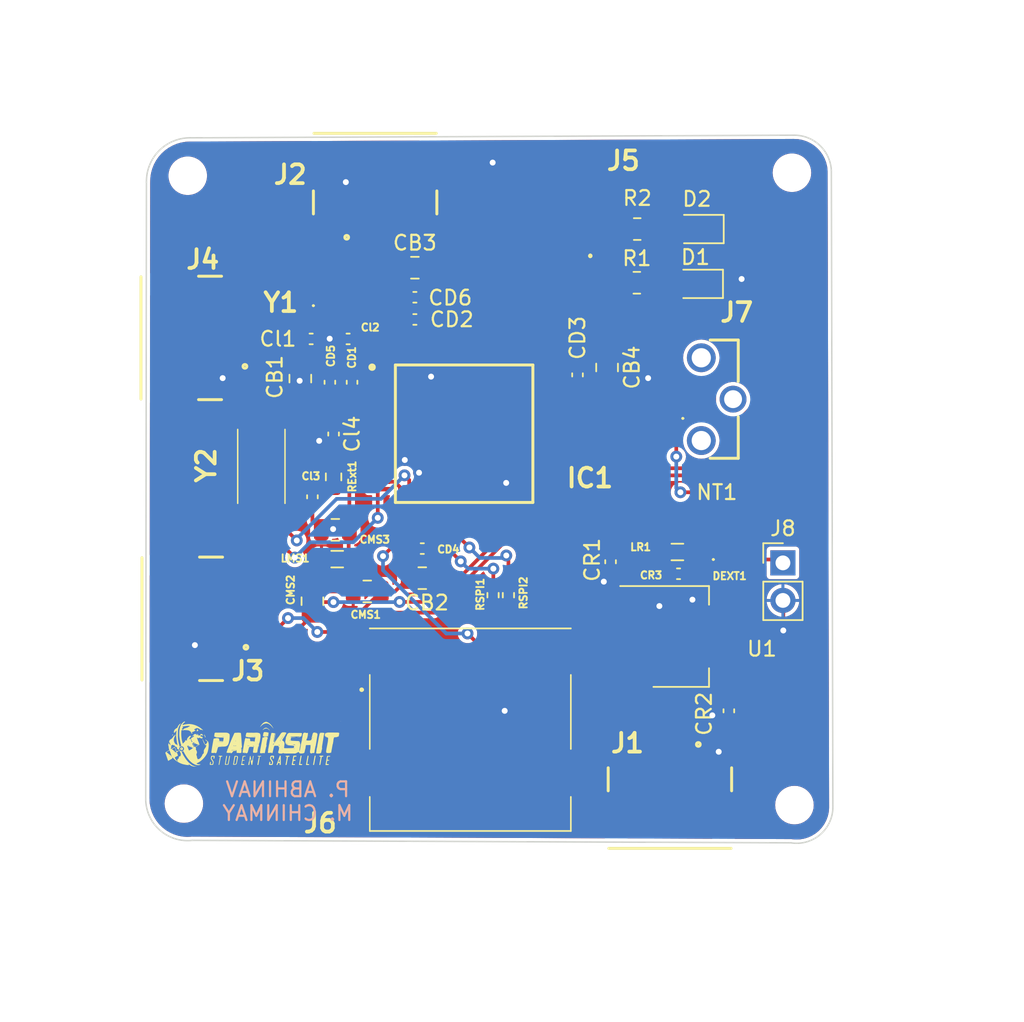
<source format=kicad_pcb>
(kicad_pcb (version 20211014) (generator pcbnew)
  (layers (0 "F.Cu" signal) (31 "B.Cu" signal) (34 "B.Paste" user) (35 "F.Paste" user) (36 "B.SilkS" user "B.Silkscreen") (37 "F.SilkS" user "F.Silkscreen") (38 "B.Mask" user) (39 "F.Mask" user) (44 "Edge.Cuts" user))
  (net 0 "")
  (net 1 "/VEXT")
  (net 2 "GND")
  (net 3 "+3V3")
  (net 4 "+3.3VA")
  (net 5 "LSE_IN")
  (net 6 "LSE_OUT")
  (net 7 "Net-(Cl3-Pad1)")
  (net 8 "HSE_IN")
  (net 9 "Net-(D1-Pad2)")
  (net 10 "Net-(D2-Pad2)")
  (net 11 "VBUS")
  (net 12 "USB_D-")
  (net 13 "USB_D+")
  (net 14 "JTCK")
  (net 15 "JTDO")
  (net 16 "JTMS")
  (net 17 "JTDI")
  (net 18 "I2C2_SCL")
  (net 19 "USART1_RX")
  (net 20 "USART2_RX")
  (net 21 "CS")
  (net 22 "SPI1_MOSI")
  (net 23 "SPI1_MISO")
  (net 24 "HSE_OUT")
  (net 28 "USART1_TX")
  (net 29 "TRACE_D2")
  (net 32 "TRACE_D3")
  (net 35 "I2C1_SDA")
  (net 36 "I2C1_SCL")
  (net 46 "I2C2_SDA")
  (net 48 "TRACE_D1")
  (net 54 "USART2_TX")
  (net 55 "SPI1_CLK")
  (net 59 "TRACE_CLK")
  (net 60 "TRACE_D0")
  (net 68 "Net-(CR1-Pad1)")
  (net 69 "Net-(LR1-Pad1)")
  (net 70 "Net-(DEXT1-Pad2)")
  (footprint "SamacSys_Parts:502382-0470" (layer "F.Cu") (at 119.2954 115.5436 90)
    (fp_text reference "J3")
    (fp_text value "Conn_01x04" hide)
  )
  (footprint "Capacitor_SMD:C_0805_2012Metric" (layer "F.Cu") (at 132.3056 91.7936)
    (fp_text reference "CB3")
    (fp_text value "4.7u")
  )
  (footprint "Capacitor_SMD:C_0805_2012Metric" (layer "F.Cu") (at 132.8056 112.7936 180)
    (fp_text reference "CB2")
    (fp_text value "4.7u")
  )
  (footprint "MountingHole:MountingHole_2.1mm" (layer "F.Cu") (at 116.679909 128.042414)
    (fp_text reference "H2" hide)
    (fp_text value "MountingHole")
  )
  (footprint "Capacitor_SMD:C_0402_1005Metric" (layer "F.Cu") (at 132.3056 93.7936)
    (fp_text reference "CD6")
    (fp_text value "100n")
  )
  (footprint "Capacitor_SMD:C_0805_2012Metric" (layer "F.Cu") (at 129.0828 113.6904)
    (fp_text reference "CMS1")
    (fp_text value "10n")
  )
  (footprint "SamacSys_Parts:QFP50P1200X1200X160-64N" (layer "F.Cu") (at 135.636 103.0224)
    (fp_text reference "IC1")
    (fp_text value "STM32L412RBT6P" hide)
  )
  (footprint "Capacitor_SMD:C_0805_2012Metric" (layer "F.Cu") (at 125.3744 114.3508 -90)
    (fp_text reference "CMS2")
    (fp_text value "1u")
  )
  (footprint "SamacSys_Parts:693072010801" (layer "F.Cu") (at 136.0556 123.0436 180)
    (fp_text reference "J6")
    (fp_text value "Micro_SD_Card" hide)
  )
  (footprint "Capacitor_SMD:C_0402_1005Metric" (layer "F.Cu") (at 153.543 121.7676 -90)
    (fp_text reference "CR2")
    (fp_text value "22uF")
  )
  (footprint "SamacSys_Parts:ECS80830QVSTR" (layer "F.Cu") (at 121.92 105.2322 90)
    (fp_text reference "Y2")
    (fp_text value "Crystal" hide)
  )
  (footprint "Resistor_SMD:R_0603_1608Metric" (layer "F.Cu") (at 126.8056 105.9434 -90)
    (fp_text reference "RExt1")
    (fp_text value "2K")
  )
  (footprint "Capacitor_SMD:C_0805_2012Metric" (layer "F.Cu") (at 126.9238 109.5248 180)
    (fp_text reference "CMS3")
    (fp_text value "10n")
  )
  (footprint "Resistor_SMD:R_0805_2012Metric" (layer "F.Cu") (at 147.3454 89.1794)
    (fp_text reference "R2")
    (fp_text value "1k")
  )
  (footprint "MountingHole:MountingHole_2.1mm" (layer "F.Cu") (at 116.9416 85.5726)
    (fp_text reference "H3" hide)
    (fp_text value "MountingHole")
  )
  (footprint "Capacitor_SMD:C_0402_1005Metric" (layer "F.Cu") (at 125.288 96.611)
    (fp_text reference "Cl1")
    (fp_text value "2pF")
  )
  (footprint "Capacitor_SMD:C_0805_2012Metric" (layer "F.Cu") (at 124.5556 99.2936 -90)
    (fp_text reference "CB1")
    (fp_text value "4.7u")
  )
  (footprint "Capacitor_SMD:C_0402_1005Metric" (layer "F.Cu") (at 127.788 96.611 180)
    (fp_text reference "Cl2")
    (fp_text value "2pF")
  )
  (footprint "SamacSys_Parts:ABS05W32768KHZD2T" (layer "F.Cu") (at 126.788 94.361)
    (fp_text reference "Y1")
    (fp_text value "Crystal" hide)
  )
  (footprint "Resistor_SMD:R_0805_2012Metric" (layer "F.Cu") (at 147.32 92.8116)
    (fp_text reference "R1")
    (fp_text value "1k")
  )
  (footprint "SamacSys_Parts:AQ120501ETG" (layer "F.Cu") (at 153.543 111.5314)
    (fp_text reference "DEXT1")
    (fp_text value "D_Schottky" hide)
  )
  (footprint "Capacitor_SMD:C_0402_1005Metric" (layer "F.Cu") (at 145.542 111.6838 -90)
    (fp_text reference "CR1")
    (fp_text value "22uF")
  )
  (footprint "Resistor_SMD:R_0402_1005Metric" (layer "F.Cu") (at 137.5918 113.9444 -90)
    (fp_text reference "RSPI1")
    (fp_text value "1K")
  )
  (footprint "LED_SMD:LED_0805_2012Metric" (layer "F.Cu") (at 151.511 89.1794 180)
    (fp_text reference "D2")
    (fp_text value "LED_Small")
  )
  (footprint "Capacitor_SMD:C_0402_1005Metric" (layer "F.Cu") (at 126.8056 103.0436 -90)
    (fp_text reference "Cl4")
    (fp_text value "10pF")
  )
  (footprint "Capacitor_SMD:C_0402_1005Metric" (layer "F.Cu") (at 143.3056 99.0436 -90)
    (fp_text reference "CD3")
    (fp_text value "100n")
  )
  (footprint "Capacitor_SMD:C_0402_1005Metric" (layer "F.Cu") (at 125.3744 107.2896 -90)
    (fp_text reference "Cl3")
    (fp_text value "10pF")
  )
  (footprint "motor-driver-test-board:parikshit_logo" (layer "F.Cu") (at 121.302281 124.049672)
    (fp_text reference "G***" hide)
    (fp_text value "LOGO" hide)
  )
  (footprint "MountingHole:MountingHole_2.1mm" (layer "F.Cu") (at 157.8102 85.3694)
    (fp_text reference "H1" hide)
    (fp_text value "MountingHole")
  )
  (footprint "Inductor_SMD:L_0805_2012Metric" (layer "F.Cu") (at 127.0508 111.506)
    (fp_text reference "LMS1")
    (fp_text value "39nH")
  )
  (footprint "Capacitor_SMD:C_0402_1005Metric" (layer "F.Cu") (at 126.5556 99.5436 -90)
    (fp_text reference "CD5")
    (fp_text value "100n")
  )
  (footprint "SamacSys_Parts:502382-0470" (layer "F.Cu") (at 119.2276 96.5436 90)
    (fp_text reference "J4")
    (fp_text value "Conn_01x04" hide)
  )
  (footprint "SamacSys_Parts:502382-0470" (layer "F.Cu") (at 149.5556 125.6216 180)
    (fp_text reference "J1")
    (fp_text value "Conn_01x04" hide)
  )
  (footprint "Resistor_SMD:R_0402_1005Metric" (layer "F.Cu") (at 138.6332 113.9444 -90)
    (fp_text reference "RSPI2")
    (fp_text value "1K")
  )
  (footprint "Capacitor_SMD:C_0402_1005Metric" (layer "F.Cu") (at 132.3056 95.2936)
    (fp_text reference "CD2")
    (fp_text value "100n")
  )
  (footprint "SamacSys_Parts:502382-0470" (layer "F.Cu") (at 129.6162 88.155)
    (fp_text reference "J2")
    (fp_text value "Conn_01x04" hide)
  )
  (footprint "Capacitor_SMD:C_0402_1005Metric" (layer "F.Cu") (at 128.0556 99.5436 -90)
    (fp_text reference "CD1")
    (fp_text value "4.7u")
  )
  (footprint "LED_SMD:LED_0805_2012Metric" (layer "F.Cu") (at 151.4602 92.8878 180)
    (fp_text reference "D1")
    (fp_text value "LED_Small")
  )
  (footprint "Connector_PinHeader_2.54mm:PinHeader_1x02_P2.54mm_Vertical" (layer "F.Cu") (at 157.2006 111.76)
    (fp_text reference "J8")
    (fp_text value "Conn_01x02_Male")
  )
  (footprint "Package_TO_SOT_SMD:SOT-223-3_TabPin2" (layer "F.Cu") (at 150.2918 116.7384)
    (fp_text reference "U1")
    (fp_text value "AMS1117-3.3")
  )
  (footprint "Capacitor_SMD:C_0402_1005Metric" (layer "F.Cu") (at 132.8056 110.7936 180)
    (fp_text reference "CD4")
    (fp_text value "100n")
  )
  (footprint "Inductor_SMD:L_0805_2012Metric" (layer "F.Cu") (at 150.0632 111.0234)
    (fp_text reference "LR1")
    (fp_text value "39nH")
  )
  (footprint "MountingHole:MountingHole_2.1mm" (layer "F.Cu") (at 157.980309 128.144014)
    (fp_text reference "H4" hide)
    (fp_text value "MountingHole")
  )
  (footprint "Capacitor_SMD:C_0805_2012Metric" (layer "F.Cu") (at 145.3056 98.5436 -90)
    (fp_text reference "CB4")
    (fp_text value "4.7u")
  )
  (footprint "SamacSys_Parts:FTSH10501LDVK" (layer "F.Cu") (at 141.9679 88.4428 90)
    (fp_text reference "J5")
    (fp_text value "AVR-JTAG-10" hide)
  )
  (footprint "SamacSys_Parts:GMCB05B11124H1EU" (layer "F.Cu") (at 152.6794 100.6856 90)
    (fp_text reference "J7")
    (fp_text value "USB_B" hide)
  )
  (footprint "Capacitor_SMD:C_0402_1005Metric" (layer "F.Cu") (at 150.1394 112.4966 180)
    (fp_text reference "CR3")
    (fp_text value "22uF")
  )
  (footprint "NetTie:NetTie-3_SMD_Pad2.0mm" (layer "F.Cu") (at 149.5556 108.7936 180)
    (fp_text reference "NT1")
    (fp_text value "NetTie_3_Tee")
  )
  (gr_arc (start 114.1476 86.0044) (mid 114.992411 83.888061) (end 117.094 83.0072) (layer "Edge.Cuts") (width 0.1))
  (gr_line (start 117.2464 130.5306) (end 157.74826 130.69726) (layer "Edge.Cuts") (width 0.1))
  (gr_arc (start 157.9626 82.8294) (mid 159.696374 83.521381) (end 160.4772 85.217) (layer "Edge.Cuts") (width 0.1))
  (gr_arc (start 160.5788 128.3716) (mid 159.68506 130.16918) (end 157.74826 130.69726) (layer "Edge.Cuts") (width 0.1))
  (gr_line (start 114.0968 127.7366) (end 114.1476 86.0044) (layer "Edge.Cuts") (width 0.1))
  (gr_line (start 117.094 83.0072) (end 157.9626 82.8294) (layer "Edge.Cuts") (width 0.1))
  (gr_line (start 160.4772 85.217) (end 160.5788 128.3716) (layer "Edge.Cuts") (width 0.1))
  (gr_arc (start 117.2464 130.5306) (mid 115.050113 129.834185) (end 114.0968 127.7366) (layer "Edge.Cuts") (width 0.1))
  (gr_text "P. ABHINAV\nM. CHINMAY" (at 123.698 127.889) (layer "B.SilkS") (effects (font (size 1 1)) (justify mirror)))
  (segment (start 151.1257 111.0234) (end 152.71 111.0234) (width 0.25) (layer "F.Cu") (net 1))
  (segment (start 152.71 111.0234) (end 153.218 111.5314) (width 0.25) (layer "F.Cu") (net 1))
  (segment (start 151.1257 111.0234) (end 151.1257 111.9903) (width 0.25) (layer "F.Cu") (net 1))
  (segment (start 151.1257 111.9903) (end 150.6194 112.4966) (width 0.25) (layer "F.Cu") (net 1))
  (segment (start 157.226 116.332) (end 157.226 114.3254) (width 0.25) (layer "F.Cu") (net 2))
  (segment (start 132.8674 95.7326) (end 132.8674 93.8754) (width 0.25) (layer "F.Cu") (net 2))
  (segment (start 119.3954 117.4186) (end 123.2566 117.4186) (width 0.25) (layer "F.Cu") (net 2))
  (segment (start 132.386 97.2844) (end 132.386 96.214) (width 0.25) (layer "F.Cu") (net 2))
  (segment (start 138.886 107.7229) (end 138.4808 107.3177) (width 0.25) (layer "F.Cu") (net 2))
  (segment (start 124.5556 99.4879) (end 124.5556 100.2436) (width 0.25) (layer "F.Cu") (net 2))
  (segment (start 126.8056 103.5236) (end 125.8502 103.5236) (width 0.25) (layer "F.Cu") (net 2))
  (segment (start 132.3256 111.1334) (end 131.8556 111.6034) (width 0.25) (layer "F.Cu") (net 2))
  (segment (start 126.5556 100.0236) (end 124.7756 100.0236) (width 0.25) (layer "F.Cu") (net 2))
  (segment (start 125.8502 103.5236) (end 125.8316 103.505) (width 0.25) (layer "F.Cu") (net 2))
  (segment (start 132.8674 93.8754) (end 132.7856 93.7936) (width 0.25) (layer "F.Cu") (net 2))
  (segment (start 126.5428 96.5962) (end 126.5576 96.611) (width 0.25) (layer "F.Cu") (net 2))
  (segment (start 132.386 105.859668) (end 132.386 108.7604) (width 0.25) (layer "F.Cu") (net 2))
  (segment (start 129.898 104.7724) (end 131.5948 104.7724) (width 0.25) (layer "F.Cu") (net 2))
  (segment (start 125.7828 96.5962) (end 125.768 96.611) (width 0.25) (layer "F.Cu") (net 2))
  (segment (start 128.4224 115.3008) (end 130.0328 113.6904) (width 0.25) (layer "F.Cu") (net 2))
  (segment (start 143.3056 99.5236) (end 145.2756 99.5236) (width 0.25) (layer "F.Cu") (net 2))
  (segment (start 132.7856 92.2636) (end 133.2556 91.7936) (width 0.25) (layer "F.Cu") (net 2))
  (segment (start 119.3276 99.2394) (end 119.3038 99.2632) (width 0.25) (layer "F.Cu") (net 2))
  (segment (start 132.3256 110.7936) (end 132.3256 111.1334) (width 0.25) (layer "F.Cu") (net 2))
  (segment (start 157.226 114.3254) (end 157.2006 114.3) (width 0.25) (layer "F.Cu") (net 2))
  (segment (start 119.3276 98.4186) (end 119.3276 99.2394) (width 0.25) (layer "F.Cu") (net 2))
  (segment (start 138.9229 85.9028) (end 137.8979 85.9028) (width 0.25) (layer "F.Cu") (net 2))
  (segment (start 152.3977 92.8878) (end 152.3977 89.2302) (width 0.25) (layer "F.Cu") (net 2))
  (segment (start 152.3977 92.8878) (end 154.0764 92.8878) (width 0.25) (layer "F.Cu") (net 2))
  (segment (start 154.0764 92.8878) (end 154.4066 92.5576) (width 0.25) (layer "F.Cu") (net 2))
  (segment (start 126.5428 96.5962) (end 125.7828 96.5962) (width 0.25) (layer "F.Cu") (net 2))
  (segment (start 138.3792 121.7676) (end 138.3556 121.744) (width 0.25) (layer "F.Cu") (net 2))
  (segment (start 132.585896 105.659772) (end 132.386 105.859668) (width 0.25) (layer "F.Cu") (net 2))
  (segment (start 132.386 110.7332) (end 132.3256 110.7936) (width 0.25) (layer "F.Cu") (net 2))
  (segment (start 131.5948 104.7724) (end 131.6228 104.8004) (width 0.25) (layer "F.Cu") (net 2))
  (segment (start 139.6179 86.5978) (end 138.9229 85.9028) (width 0.25) (layer "F.Cu") (net 2))
  (segment (start 149.6594 112.8294) (end 151.0792 114.2492) (width 0.25) (layer "F.Cu") (net 2))
  (segment (start 145.3056 99.4936) (end 147.8516 99.4936) (width 0.25) (layer "F.Cu") (net 2))
  (segment (start 143.0568 99.7724) (end 143.3056 99.5236) (width 0.25) (layer "F.Cu") (net 2))
  (segment (start 127.7528 86.1222) (end 127.635 86.0044) (width 0.25) (layer "F.Cu") (net 2))
  (segment (start 147.8516 99.4936) (end 148.082 99.2632) (width 0.25) (layer "F.Cu") (net 2))
  (segment (start 137.8979 85.0151) (end 137.5664 84.6836) (width 0.25) (layer "F.Cu") (net 2))
  (segment (start 127.7412 88.255) (end 127.7412 86.1106) (width 0.25) (layer "F.Cu") (net 2))
  (segment (start 131.8556 111.6034) (end 131.8556 112.7936) (width 0.25) (layer "F.Cu") (net 2))
  (segment (start 138.3556 121.744) (end 138.3556 120.3436) (width 0.25) (layer "F.Cu") (net 2))
  (segment (start 130.0328 113.6904) (end 130.9588 113.6904) (width 0.25) (layer "F.Cu") (net 2))
  (segment (start 149.6086 112.3188) (end 149.6086 112.7786) (width 0.25) (layer "F.Cu") (net 2))
  (segment (start 148.8544 100.0356) (end 148.082 99.2632) (width 0.25) (layer "F.Cu") (net 2))
  (segment (start 145.542 112.1638) (end 145.542 112.5728) (width 0.25) (layer "F.Cu") (net 2))
  (segment (start 145.542 112.5728) (end 145.0848 113.03) (width 0.25) (layer "F.Cu") (net 2))
  (segment (start 141.374 99.7724) (end 143.0568 99.7724) (width 0.25) (layer "F.Cu") (net 2))
  (segment (start 117.5202 117.4186) (end 117.4242 117.3226) (width 0.25) (layer "F.Cu") (net 2))
  (segment (start 125.3744 107.7696) (end 125.3744 108.9254) (width 0.25) (layer "F.Cu") (net 2))
  (segment (start 130.9588 113.6904) (end 131.8556 112.7936) (width 0.25) (layer "F.Cu") (net 2))
  (segment (start 132.386 98.1468) (end 133.4008 99.1616) (width 0.25) (layer "F.Cu") (net 2))
  (segment (start 145.2756 99.5236) (end 145.3056 99.4936) (width 0.25) (layer "F.Cu") (net 2))
  (segment (start 152.3977 89.2302) (end 152.4485 89.1794) (width 0.25) (layer "F.Cu") (net 2))
  (segment (start 128.0556 100.0236) (end 126.5556 100.0236) (width 0.25) (layer "F.Cu") (net 2))
  (segment (start 139.6179 90.2878) (end 139.6179 86.5978) (width 0.25) (layer "F.Cu") (net 2))
  (segment (start 132.386 108.7604) (end 132.386 110.7332) (width 0.25) (layer "F.Cu") (net 2))
  (segment (start 119.3954 117.4186) (end 117.5202 117.4186) (width 0.25) (layer "F.Cu") (net 2))
  (segment (start 138.4808 107.3177) (end 138.4808 106.3498) (width 0.25) (layer "F.Cu") (net 2))
  (segment (start 153.543 122.2476) (end 152.6006 122.2476) (width 0.25) (layer "F.Cu") (net 2))
  (segment (start 137.8979 85.9028) (end 137.8979 85.0151) (width 0.25) (layer "F.Cu") (net 2))
  (segment (start 132.7856 93.7936) (end 132.7856 92.2636) (width 0.25) (layer "F.Cu") (net 2))
  (segment (start 151.4306 125.5216) (end 151.8718 125.5216) (width 0.25) (layer "F.Cu") (net 2))
  (segment (start 127.7412 86.1106) (end 127.635 86.0044) (width 0.25) (layer "F.Cu") (net 2))
  (segment (start 137.8979 90.9828) (end 138.9229 90.9828) (width 0.25) (layer "F.Cu") (net 2))
  (segment (start 151.9294 100.0356) (end 148.8544 100.0356) (width 0.25) (layer "F.Cu") (net 2))
  (segment (start 132.386 97.2844) (end 132.386 98.1468) (width 0.25) (layer "F.Cu") (net 2))
  (segment (start 152.6006 122.2476) (end 152.4254 122.0724) (width 0.25) (layer "F.Cu") (net 2))
  (segment (start 125.3744 115.3008) (end 128.4224 115.3008) (width 0.25) (layer "F.Cu") (net 2))
  (segment (start 125.3744 108.9254) (end 125.9738 109.5248) (width 0.25) (layer "F.Cu") (net 2))
  (segment (start 132.386 96.214) (end 132.8674 95.7326) (width 0.25) (layer "F.Cu") (net 2))
  (segment (start 148.844 114.681) (end 148.6014 114.4384) (width 0.25) (layer "F.Cu") (net 2))
  (segment (start 124.7756 100.0236) (end 124.5556 100.2436) (width 0.25) (layer "F.Cu") (net 2))
  (segment (start 138.886 108.7604) (end 138.886 107.7229) (width 0.25) (layer "F.Cu") (net 2))
  (segment (start 126.7235 109.5248) (end 125.9738 109.5248) (width 0.25) (layer "F.Cu") (net 2))
  (segment (start 123.2566 117.4186) (end 125.3744 115.3008) (width 0.25) (layer "F.Cu") (net 2))
  (segment (start 126.7743 109.474) (end 126.7235 109.5248) (width 0.25) (layer "F.Cu") (net 2))
  (segment (start 148.6014 114.4384) (end 147.1418 114.4384) (width 0.25) (layer "F.Cu") (net 2))
  (segment (start 124.5108 99.4431) (end 124.5556 99.4879) (width 0.25) (layer "F.Cu") (net 2))
  (segment (start 149.6594 112.4966) (end 149.6594 112.8294) (width 0.25) (layer "F.Cu") (net 2))
  (segment (start 138.9229 90.9828) (end 139.6179 90.2878) (width 0.25) (layer "F.Cu") (net 2))
  (segment (start 126.5576 96.611) (end 127.308 96.611) (width 0.25) (layer "F.Cu") (net 2))
  (segment (start 151.8718 125.5216) (end 152.8572 124.5362) (width 0.25) (layer "F.Cu") (net 2))
  (via (at 152.4254 122.0724) (size 0.8) (drill 0.4) (layers "F.Cu" "B.Cu") (net 2))
  (via (at 127.635 86.0044) (size 0.8) (drill 0.4) (layers "F.Cu" "B.Cu") (net 2))
  (via (at 154.4066 92.5576) (size 0.8) (drill 0.4) (layers "F.Cu" "B.Cu") (net 2))
  (via (at 148.082 99.2632) (size 0.8) (drill 0.4) (layers "F.Cu" "B.Cu") (net 2))
  (via (at 125.8316 103.505) (size 0.8) (drill 0.4) (layers "F.Cu" "B.Cu") (net 2))
  (via (at 148.844 114.681) (size 0.8) (drill 0.4) (layers "F.Cu" "B.Cu") (net 2))
  (via (at 119.3038 99.2632) (size 0.8) (drill 0.4) (layers "F.Cu" "B.Cu") (net 2))
  (via (at 133.4008 99.1616) (size 0.8) (drill 0.4) (layers "F.Cu" "B.Cu") (net 2))
  (via (at 138.3792 121.7676) (size 0.8) (drill 0.4) (layers "F.Cu" "B.Cu") (net 2))
  (via (at 157.226 116.332) (size 0.8) (drill 0.4) (layers "F.Cu" "B.Cu") (net 2))
  (via (at 126.5428 96.5962) (size 0.8) (drill 0.4) (layers "F.Cu" "B.Cu") (net 2))
  (via (at 124.5108 99.4431) (size 0.8) (drill 0.4) (layers "F.Cu" "B.Cu") (net 2))
  (via (at 132.585896 105.659772) (size 0.8) (drill 0.4) (layers "F.Cu" "B.Cu") (net 2))
  (via (at 145.0848 113.03) (size 0.8) (drill 0.4) (layers "F.Cu" "B.Cu") (net 2))
  (via (at 138.4808 106.3498) (size 0.8) (drill 0.4) (layers "F.Cu" "B.Cu") (net 2))
  (via (at 126.7743 109.474) (size 0.8) (drill 0.4) (layers "F.Cu" "B.Cu") (net 2))
  (via (at 151.0792 114.2492) (size 0.8) (drill 0.4) (layers "F.Cu" "B.Cu") (net 2))
  (via (at 117.4242 117.3226) (size 0.8) (drill 0.4) (layers "F.Cu" "B.Cu") (net 2))
  (via (at 137.5664 84.6836) (size 0.8) (drill 0.4) (layers "F.Cu" "B.Cu") (net 2))
  (via (at 131.6228 104.8004) (size 0.8) (drill 0.4) (layers "F.Cu" "B.Cu") (net 2))
  (via (at 152.8572 124.5362) (size 0.8) (drill 0.4) (layers "F.Cu" "B.Cu") (net 2))
  (segment (start 126.5556 99.0636) (end 125.2756 99.0636) (width 0.25) (layer "F.Cu") (net 3))
  (segment (start 131.886 95.354) (end 131.8256 95.2936) (width 0.25) (layer "F.Cu") (net 3))
  (segment (start 128.0556 99.0636) (end 126.5556 99.0636) (width 0.25) (layer "F.Cu") (net 3))
  (segment (start 119.3276 94.6686) (end 120.8806 94.6686) (width 0.25) (layer "F.Cu") (net 3))
  (segment (start 128.2644 99.2724) (end 128.0556 99.0636) (width 0.25) (layer "F.Cu") (net 3))
  (segment (start 125.664 113.6904) (end 125.3744 113.4008) (width 0.25) (layer "F.Cu") (net 3))
  (segment (start 133.2856 111.3146) (end 133.7556 111.7846) (width 0.25) (layer "F.Cu") (net 3))
  (segment (start 131.8256 95.2936) (end 131.8256 93.7936) (width 0.25) (layer "F.Cu") (net 3))
  (segment (start 128.1328 113.6904) (end 128.1328 113.363) (width 0.25) (layer "F.Cu") (net 3))
  (segment (start 120.8806 94.6686) (end 124.5556 98.3436) (width 0.25) (layer "F.Cu") (net 3))
  (segment (start 128.1328 113.6904) (end 125.664 113.6904) (width 0.25) (layer "F.Cu") (net 3))
  (segment (start 153.4418 121.1864) (end 153.543 121.2876) (width 0.25) (layer "F.Cu") (net 3))
  (segment (start 128.1328 113.363) (end 126.2758 111.506) (width 0.25) (layer "F.Cu") (net 3))
  (segment (start 147.6806 124.2772) (end 147.6806 125.5216) (width 0.25) (layer "F.Cu") (net 3))
  (segment (start 144.3356 98.5636) (end 145.3056 97.5936) (width 0.25) (layer "F.Cu") (net 3))
  (segment (start 131.886 97.2844) (end 131.886 95.354) (width 0.25) (layer "F.Cu") (net 3))
  (segment (start 133.7556 111.7846) (end 133.7556 112.7936) (width 0.25) (layer "F.Cu") (net 3))
  (segment (start 139.386 108.7604) (end 139.386 108.9826) (width 0.25) (layer "F.Cu") (net 3))
  (segment (start 153.4418 116.7384) (end 153.4418 121.1864) (width 0.25) (layer "F.Cu") (net 3))
  (segment (start 125.3744 113.4008) (end 125.3744 112.4074) (width 0.25) (layer "F.Cu") (net 3))
  (segment (start 125.3744 112.4074) (end 126.2758 111.506) (width 0.25) (layer "F.Cu") (net 3))
  (segment (start 125.2756 99.0636) (end 124.5556 98.3436) (width 0.25) (layer "F.Cu") (net 3))
  (segment (start 150.6702 121.2876) (end 147.6806 124.2772) (width 0.25) (layer "F.Cu") (net 3))
  (segment (start 143.3056 98.5636) (end 144.3356 98.5636) (width 0.25) (layer "F.Cu") (net 3))
  (segment (start 153.543 121.2876) (end 150.6702 121.2876) (width 0.25) (layer "F.Cu") (net 3))
  (segment (start 133.2856 110.7936) (end 133.2856 111.3146) (width 0.25) (layer "F.Cu") (net 3))
  (segment (start 131.8256 93.7936) (end 131.8256 92.2636) (width 0.25) (layer "F.Cu") (net 3))
  (segment (start 147.6806 125.5216) (end 147.6806 126.0716) (width 0.25) (layer "F.Cu") (net 3))
  (segment (start 139.386 108.9826) (end 147.1418 116.7384) (width 0.25) (layer "F.Cu") (net 3))
  (segment (start 132.886 109.645) (end 133.2856 110.0446) (width 0.25) (layer "F.Cu") (net 3))
  (segment (start 132.886 108.7604) (end 132.886 109.645) (width 0.25) (layer "F.Cu") (net 3))
  (segment (start 153.550609 121.2876) (end 153.543 121.2876) (width 0.25) (layer "F.Cu") (net 3))
  (segment (start 129.898 99.2724) (end 128.2644 99.2724) (width 0.25) (layer "F.Cu") (net 3))
  (segment (start 133.2856 110.0446) (end 133.2856 110.7936) (width 0.25) (layer "F.Cu") (net 3))
  (segment (start 131.8256 92.2636) (end 131.3556 91.7936) (width 0.25) (layer "F.Cu") (net 3))
  (segment (start 142.0828 98.5636) (end 143.3056 98.5636) (width 0.25) (layer "F.Cu") (net 3))
  (segment (start 141.374 99.2724) (end 142.0828 98.5636) (width 0.25) (layer "F.Cu") (net 3))
  (segment (start 127.8258 111.506) (end 127.8258 109.5728) (width 0.25) (layer "F.Cu") (net 4))
  (segment (start 128.8605 105.2724) (end 129.898 105.2724) (width 0.25) (layer "F.Cu") (net 4))
  (segment (start 127.8258 109.5728) (end 127.8738 109.5248) (width 0.25) (layer "F.Cu") (net 4))
  (segment (start 127.8738 109.5248) (end 127.8738 106.2591) (width 0.25) (layer "F.Cu") (net 4))
  (segment (start 127.8738 106.2591) (end 128.8605 105.2724) (width 0.25) (layer "F.Cu") (net 4))
  (segment (start 128.615 96.611) (end 128.268 96.611) (width 0.25) (layer "F.Cu") (net 5))
  (segment (start 130.9355 100.2724) (end 130.9605 100.2474) (width 0.25) (layer "F.Cu") (net 5))
  (segment (start 128.268 95.291) (end 127.338 94.361) (width 0.25) (layer "F.Cu") (net 5))
  (segment (start 130.9605 100.2474) (end 130.9605 98.9565) (width 0.25) (layer "F.Cu") (net 5))
  (segment (start 130.9605 98.9565) (end 128.615 96.611) (width 0.25) (layer "F.Cu") (net 5))
  (segment (start 128.268 96.611) (end 128.268 95.291) (width 0.25) (layer "F.Cu") (net 5))
  (segment (start 129.898 100.2724) (end 130.9355 100.2724) (width 0.25) (layer "F.Cu") (net 5))
  (segment (start 126.238 94.361) (end 124.808 95.791) (width 0.25) (layer "F.Cu") (net 6))
  (segment (start 131.411 100.433296) (end 131.071896 100.7724) (width 0.25) (layer "F.Cu") (net 6))
  (segment (start 131.411 96.994) (end 131.411 100.433296) (width 0.25) (layer "F.Cu") (net 6))
  (segment (start 131.071896 100.7724) (end 129.898 100.7724) (width 0.25) (layer "F.Cu") (net 6))
  (segment (start 131.411 96.994) (end 127.953 93.536) (width 0.25) (layer "F.Cu") (net 6))
  (segment (start 126.238 93.9038) (end 126.238 94.361) (width 0.25) (layer "F.Cu") (net 6))
  (segment (start 124.808 95.791) (end 124.808 96.611) (width 0.25) (layer "F.Cu") (net 6))
  (segment (start 127.953 93.536) (end 126.6058 93.536) (width 0.25) (layer "F.Cu") (net 6))
  (segment (start 126.6058 93.536) (end 126.238 93.9038) (width 0.25) (layer "F.Cu") (net 6))
  (segment (start 121.92 107.2822) (end 122.3926 106.8096) (width 0.25) (layer "F.Cu") (net 7))
  (segment (start 125.3744 106.8096) (end 126.7644 106.8096) (width 0.25) (layer "F.Cu") (net 7))
  (segment (start 122.3926 106.8096) (end 125.3744 106.8096) (width 0.25) (layer "F.Cu") (net 7))
  (segment (start 122.5386 102.5636) (end 126.8056 102.5636) (width 0.25) (layer "F.Cu") (net 8))
  (segment (start 121.92 103.1822) (end 122.5386 102.5636) (width 0.25) (layer "F.Cu") (net 8))
  (segment (start 129.898 101.2724) (end 128.0968 101.2724) (width 0.25) (layer "F.Cu") (net 8))
  (segment (start 128.0968 101.2724) (end 126.8056 102.5636) (width 0.25) (layer "F.Cu") (net 8))
  (segment (start 150.4465 92.8116) (end 150.5227 92.8878) (width 0.25) (layer "F.Cu") (net 9))
  (segment (start 148.2325 92.8116) (end 150.4465 92.8116) (width 0.25) (layer "F.Cu") (net 9))
  (segment (start 148.2579 89.1794) (end 150.5735 89.1794) (width 0.25) (layer "F.Cu") (net 10))
  (segment (start 151.9294 101.9856) (end 154.3258 101.9856) (width 0.25) (layer "F.Cu") (net 11))
  (segment (start 155.3718 98.552) (end 150.7326 93.9128) (width 0.25) (layer "F.Cu") (net 11))
  (segment (start 149.987 102.928) (end 149.987 104.5718) (width 0.25) (layer "F.Cu") (net 11))
  (segment (start 150.2664 106.9848) (end 151.7468 106.9848) (width 0.25) (layer "F.Cu") (net 11))
  (segment (start 151.7468 106.9848) (end 153.5556 108.7936) (width 0.25) (layer "F.Cu") (net 11))
  (segment (start 150.7326 93.9128) (end 147.5087 93.9128) (width 0.25) (layer "F.Cu") (net 11))
  (segment (start 150.9294 101.9856) (end 149.987 102.928) (width 0.25) (layer "F.Cu") (net 11))
  (segment (start 154.3258 101.9856) (end 155.3718 100.9396) (width 0.25) (layer "F.Cu") (net 11))
  (segment (start 155.3718 100.9396) (end 155.3718 98.552) (width 0.25) (layer "F.Cu") (net 11))
  (segment (start 147.5087 93.9128) (end 146.4075 92.8116) (width 0.25) (layer "F.Cu") (net 11))
  (segment (start 151.9294 101.9856) (end 150.9294 101.9856) (width 0.25) (layer "F.Cu") (net 11))
  (via (at 149.987 104.5718) (size 0.8) (drill 0.4) (layers "F.Cu" "B.Cu") (net 11))
  (via (at 150.2664 106.9848) (size 0.8) (drill 0.4) (layers "F.Cu" "B.Cu") (net 11))
  (segment (start 150.2664 106.9848) (end 149.987 106.7054) (width 0.25) (layer "B.Cu") (net 11))
  (segment (start 149.987 106.7054) (end 149.987 104.5718) (width 0.25) (layer "B.Cu") (net 11))
  (segment (start 141.374 101.2724) (end 142.480251 101.2724) (width 0.2) (layer "F.Cu") (net 12))
  (segment (start 142.505251 101.2474) (end 151.8412 101.2474) (width 0.2) (layer "F.Cu") (net 12))
  (segment (start 151.8412 101.2474) (end 151.9294 101.3356) (width 0.2) (layer "F.Cu") (net 12))
  (segment (start 142.480251 101.2724) (end 142.505251 101.2474) (width 0.2) (layer "F.Cu") (net 12))
  (segment (start 141.374 100.7724) (end 142.480251 100.7724) (width 0.2) (layer "F.Cu") (net 13))
  (segment (start 142.505251 100.7974) (end 151.8176 100.7974) (width 0.2) (layer "F.Cu") (net 13))
  (segment (start 151.8176 100.7974) (end 151.9294 100.6856) (width 0.2) (layer "F.Cu") (net 13))
  (segment (start 142.480251 100.7724) (end 142.505251 100.7974) (width 0.2) (layer "F.Cu") (net 13))
  (segment (start 141.9679 90.9828) (end 141.9679 94.7025) (width 0.25) (layer "F.Cu") (net 14))
  (segment (start 141.9679 94.7025) (end 139.386 97.2844) (width 0.25) (layer "F.Cu") (net 14))
  (segment (start 142.9929 89.7128) (end 143.764 90.4839) (width 0.25) (layer "F.Cu") (net 15))
  (segment (start 136.8193 98.7552) (end 136.411 98.3469) (width 0.25) (layer "F.Cu") (net 15))
  (segment (start 139.319 98.7552) (end 136.8193 98.7552) (width 0.25) (layer "F.Cu") (net 15))
  (segment (start 143.764 90.4839) (end 143.764 94.3102) (width 0.25) (layer "F.Cu") (net 15))
  (segment (start 143.764 94.3102) (end 139.319 98.7552) (width 0.25) (layer "F.Cu") (net 15))
  (segment (start 136.411 97.3094) (end 136.386 97.2844) (width 0.25) (layer "F.Cu") (net 15))
  (segment (start 141.9679 89.7128) (end 142.9929 89.7128) (width 0.25) (layer "F.Cu") (net 15))
  (segment (start 136.411 98.3469) (end 136.411 97.3094) (width 0.25) (layer "F.Cu") (net 15))
  (segment (start 140.3115 100.0715) (end 140.5124 100.2724) (width 0.25) (layer "F.Cu") (net 16))
  (segment (start 140.5124 100.2724) (end 141.374 100.2724) (width 0.25) (layer "F.Cu") (net 16))
  (segment (start 141.9679 88.4428) (end 142.9929 88.4428) (width 0.25) (layer "F.Cu") (net 16))
  (segment (start 142.9929 88.4428) (end 144.2466 89.6965) (width 0.25) (layer "F.Cu") (net 16))
  (segment (start 144.2466 94.8623) (end 140.3115 98.7974) (width 0.25) (layer "F.Cu") (net 16))
  (segment (start 140.3115 98.7974) (end 140.3115 100.0715) (width 0.25) (layer "F.Cu") (net 16))
  (segment (start 144.2466 89.6965) (end 144.2466 94.8623) (width 0.25) (layer "F.Cu") (net 16))
  (segment (start 140.2479 86.4778) (end 140.2479 93.6135) (width 0.25) (layer "F.Cu") (net 17))
  (segment (start 140.335 93.7006) (end 140.335 94.9198) (width 0.25) (layer "F.Cu") (net 17))
  (segment (start 141.9679 85.9028) (end 141.3929 86.4778) (width 0.25) (layer "F.Cu") (net 17))
  (segment (start 141.3929 86.4778) (end 140.2479 86.4778) (width 0.25) (layer "F.Cu") (net 17))
  (segment (start 140.335 94.9198) (end 138.886 96.3688) (width 0.25) (layer "F.Cu") (net 17))
  (segment (start 140.2479 93.6135) (end 140.335 93.7006) (width 0.25) (layer "F.Cu") (net 17))
  (segment (start 138.886 96.3688) (end 138.886 97.2844) (width 0.25) (layer "F.Cu") (net 17))
  (segment (start 126.7968 114.4149) (end 119.8991 114.4149) (width 0.25) (layer "F.Cu") (net 18))
  (segment (start 137.886 110.201373) (end 137.886 108.7604) (width 0.25) (layer "F.Cu") (net 18))
  (segment (start 133.685773 114.4016) (end 137.886 110.201373) (width 0.25) (layer "F.Cu") (net 18))
  (segment (start 131.2672 114.4016) (end 133.685773 114.4016) (width 0.25) (layer "F.Cu") (net 18))
  (segment (start 119.8991 114.4149) (end 119.3954 114.9186) (width 0.25) (layer "F.Cu") (net 18))
  (via (at 126.7968 114.4149) (size 0.8) (drill 0.4) (layers "F.Cu" "B.Cu") (net 18))
  (via (at 131.2672 114.4016) (size 0.8) (drill 0.4) (layers "F.Cu" "B.Cu") (net 18))
  (segment (start 126.7968 114.4149) (end 131.2539 114.4149) (width 0.25) (layer "B.Cu") (net 18))
  (segment (start 131.2539 114.4149) (end 131.2672 114.4016) (width 0.25) (layer "B.Cu") (net 18))
  (segment (start 134.386 91.385827) (end 133.424173 90.424) (width 0.25) (layer "F.Cu") (net 19))
  (segment (start 128.9912 88.255) (end 128.9912 88.9608) (width 0.25) (layer "F.Cu") (net 19))
  (segment (start 128.9912 88.9608) (end 130.4544 90.424) (width 0.25) (layer "F.Cu") (net 19))
  (segment (start 134.386 97.2844) (end 134.386 91.385827) (width 0.25) (layer "F.Cu") (net 19))
  (segment (start 133.424173 90.424) (end 130.4544 90.424) (width 0.25) (layer "F.Cu") (net 19))
  (segment (start 129.0028 88.9724) (end 129.0028 88.3742) (width 0.25) (layer "F.Cu") (net 19))
  (segment (start 131.9204 106.156202) (end 131.9204 107.933196) (width 0.25) (layer "F.Cu") (net 20))
  (segment (start 131.886 107.967596) (end 131.886 108.7604) (width 0.25) (layer "F.Cu") (net 20))
  (segment (start 119.8776 97.1686) (end 119.3276 97.1686) (width 0.25) (layer "F.Cu") (net 20))
  (segment (start 120.5026 101.5696) (end 120.5026 97.7936) (width 0.25) (layer "F.Cu") (net 20))
  (segment (start 131.9204 107.933196) (end 131.886 107.967596) (width 0.25) (layer "F.Cu") (net 20))
  (segment (start 120.5026 97.7936) (end 119.8776 97.1686) (width 0.25) (layer "F.Cu") (net 20))
  (segment (start 118.7958 103.2764) (end 120.5026 101.5696) (width 0.25) (layer "F.Cu") (net 20))
  (segment (start 123.8504 109.7788) (end 118.7958 109.7788) (width 0.25) (layer "F.Cu") (net 20))
  (segment (start 118.7958 109.7788) (end 118.7958 103.2764) (width 0.25) (layer "F.Cu") (net 20))
  (segment (start 131.602461 105.838263) (end 131.9204 106.156202) (width 0.25) (layer "F.Cu") (net 20))
  (segment (start 124.316 110.2444) (end 123.8504 109.7788) (width 0.25) (layer "F.Cu") (net 20))
  (via (at 131.602461 105.838263) (size 0.8) (drill 0.4) (layers "F.Cu" "B.Cu") (net 20))
  (via (at 124.316 110.2444) (size 0.8) (drill 0.4) (layers "F.Cu" "B.Cu") (net 20))
  (segment (start 124.316 110.126) (end 127.0138 107.4282) (width 0.25) (layer "B.Cu") (net 20))
  (segment (start 124.316 110.2444) (end 124.316 110.126) (width 0.25) (layer "B.Cu") (net 20))
  (segment (start 127.0138 107.4282) (end 130.012524 107.4282) (width 0.25) (layer "B.Cu") (net 20))
  (segment (start 130.012524 107.4282) (end 131.602461 105.838263) (width 0.25) (layer "B.Cu") (net 20))
  (segment (start 139.6224 123.0768) (end 137.0888 123.0768) (width 0.25) (layer "F.Cu") (net 22))
  (segment (start 138.6332 113.4344) (end 138.6332 114.4544) (width 0.25) (layer "F.Cu") (net 22))
  (segment (start 141.2806 117.811) (end 141.2806 121.4186) (width 0.25) (layer "F.Cu") (net 22))
  (segment (start 134.886 109.613) (end 135.9916 110.7186) (width 0.25) (layer "F.Cu") (net 22))
  (segment (start 135.0556 121.0436) (end 135.0556 120.3436) (width 0.25) (layer "F.Cu") (net 22))
  (segment (start 138.6332 114.4544) (end 138.6332 115.1636) (width 0.25) (layer "F.Cu") (net 22))
  (segment (start 141.2806 121.4186) (end 139.6224 123.0768) (width 0.25) (layer "F.Cu") (net 22))
  (segment (start 138.6332 115.1636) (end 141.2806 117.811) (width 0.25) (layer "F.Cu") (net 22))
  (segment (start 137.0888 123.0768) (end 135.0556 121.0436) (width 0.25) (layer "F.Cu") (net 22))
  (segment (start 134.886 108.7604) (end 134.886 109.613) (width 0.25) (layer "F.Cu") (net 22))
  (segment (start 138.6332 113.4344) (end 138.6332 111.4044) (width 0.25) (layer "F.Cu") (net 22))
  (segment (start 138.6332 111.4044) (end 138.488584 111.259784) (width 0.25) (layer "F.Cu") (net 22))
  (via (at 138.488584 111.259784) (size 0.8) (drill 0.4) (layers "F.Cu" "B.Cu") (net 22))
  (via (at 135.9916 110.7186) (size 0.8) (drill 0.4) (layers "F.Cu" "B.Cu") (net 22))
  (segment (start 136.698984 111.425984) (end 135.9916 110.7186) (width 0.25) (layer "B.Cu") (net 22))
  (segment (start 138.488584 111.259784) (end 138.322384 111.425984) (width 0.25) (layer "B.Cu") (net 22))
  (segment (start 138.322384 111.425984) (end 136.698984 111.425984) (width 0.25) (layer "B.Cu") (net 22))
  (segment (start 134.386 110.637001) (end 135.405887 111.656888) (width 0.25) (layer "F.Cu") (net 23))
  (segment (start 139.4556 117.256) (end 139.4556 120.3436) (width 0.25) (layer "F.Cu") (net 23))
  (segment (start 134.386 108.7604) (end 134.386 110.637001) (width 0.25) (layer "F.Cu") (net 23))
  (segment (start 137.5918 113.4344) (end 137.5918 114.4544) (width 0.25) (layer "F.Cu") (net 23))
  (segment (start 137.612283 112.150484) (end 137.612283 113.413917) (width 0.25) (layer "F.Cu") (net 23))
  (segment (start 137.5918 115.3922) (end 139.4556 117.256) (width 0.25) (layer "F.Cu") (net 23))
  (segment (start 137.5918 114.4544) (end 137.5918 115.3922) (width 0.25) (layer "F.Cu") (net 23))
  (segment (start 137.612283 113.413917) (end 137.5918 113.4344) (width 0.25) (layer "F.Cu") (net 23))
  (via (at 135.405887 111.656888) (size 0.8) (drill 0.4) (layers "F.Cu" "B.Cu") (net 23))
  (via (at 137.612283 112.150484) (size 0.8) (drill 0.4) (layers "F.Cu" "B.Cu") (net 23))
  (segment (start 135.899483 112.150484) (end 135.405887 111.656888) (width 0.25) (layer "B.Cu") (net 23))
  (segment (start 137.612283 112.150484) (end 135.899483 112.150484) (width 0.25) (layer "B.Cu") (net 23))
  (segment (start 128.4732 104.1146) (end 127.4694 105.1184) (width 0.25) (layer "F.Cu") (net 24))
  (segment (start 129.898 101.7724) (end 128.8605 101.7724) (width 0.25) (layer "F.Cu") (net 24))
  (segment (start 127.4694 105.1184) (end 126.8056 105.1184) (width 0.25) (layer "F.Cu") (net 24))
  (segment (start 128.4732 102.1597) (end 128.4732 104.1146) (width 0.25) (layer "F.Cu") (net 24))
  (segment (start 128.8605 101.7724) (end 128.4732 102.1597) (width 0.25) (layer "F.Cu") (net 24))
  (segment (start 134.886 91.249431) (end 133.527169 89.8906) (width 0.25) (layer "F.Cu") (net 28))
  (segment (start 130.2412 88.255) (end 130.2412 88.9126) (width 0.25) (layer "F.Cu") (net 28))
  (segment (start 133.527169 89.8906) (end 131.2192 89.8906) (width 0.25) (layer "F.Cu") (net 28))
  (segment (start 130.2412 88.9126) (end 131.2192 89.8906) (width 0.25) (layer "F.Cu") (net 28))
  (segment (start 134.886 97.2844) (end 134.886 91.249431) (width 0.25) (layer "F.Cu") (net 28))
  (segment (start 130.2528 88.9242) (end 130.2528 88.3742) (width 0.25) (layer "F.Cu") (net 28))
  (segment (start 159.7914 118.0338) (end 154.2796 123.5456) (width 0.25) (layer "F.Cu") (net 35))
  (segment (start 151.6066 123.5456) (end 150.1806 124.9716) (width 0.25) (layer "F.Cu") (net 35))
  (segment (start 154.2796 123.5456) (end 151.6066 123.5456) (width 0.25) (layer "F.Cu") (net 35))
  (segment (start 142.4115 101.7724) (end 145.9983 105.3592) (width 0.25) (layer "F.Cu") (net 35))
  (segment (start 159.7914 109.7534) (end 159.7914 118.0338) (width 0.25) (layer "F.Cu") (net 35))
  (segment (start 155.3972 105.3592) (end 159.7914 109.7534) (width 0.25) (layer "F.Cu") (net 35))
  (segment (start 141.374 101.7724) (end 142.4115 101.7724) (width 0.25) (layer "F.Cu") (net 35))
  (segment (start 150.1806 124.9716) (end 150.1806 125.5216) (width 0.25) (layer "F.Cu") (net 35))
  (segment (start 145.9983 105.3592) (end 155.3972 105.3592) (width 0.25) (layer "F.Cu") (net 35))
  (segment (start 141.374 102.2724) (end 142.275104 102.2724) (width 0.25) (layer "F.Cu") (net 36))
  (segment (start 150.3862 123.0956) (end 148.9306 124.5512) (width 0.25) (layer "F.Cu") (net 36))
  (segment (start 159.3414 117.416809) (end 153.662609 123.0956) (width 0.25) (layer "F.Cu") (net 36))
  (segment (start 153.662609 123.0956) (end 150.3862 123.0956) (width 0.25) (layer "F.Cu") (net 36))
  (segment (start 142.275104 102.2724) (end 145.844504 105.8418) (width 0.25) (layer "F.Cu") (net 36))
  (segment (start 155.243404 105.8418) (end 159.3414 109.939796) (width 0.25) (layer "F.Cu") (net 36))
  (segment (start 148.9306 124.5512) (end 148.9306 125.5216) (width 0.25) (layer "F.Cu") (net 36))
  (segment (start 145.844504 105.8418) (end 155.243404 105.8418) (width 0.25) (layer "F.Cu") (net 36))
  (segment (start 159.3414 109.939796) (end 159.3414 117.416809) (width 0.25) (layer "F.Cu") (net 36))
  (segment (start 123.0486 116.1686) (end 123.7234 115.4938) (width 0.25) (layer "F.Cu") (net 46))
  (segment (start 133.597169 115.1266) (end 138.386 110.337769) (width 0.25) (layer "F.Cu") (net 46))
  (segment (start 127.925996 116.4336) (end 129.232996 115.1266) (width 0.25) (layer "F.Cu") (net 46))
  (segment (start 125.7046 116.4336) (end 127.925996 116.4336) (width 0.25) (layer "F.Cu") (net 46))
  (segment (start 129.232996 115.1266) (end 133.597169 115.1266) (width 0.25) (layer "F.Cu") (net 46))
  (segment (start 119.3954 116.1686) (end 123.0486 116.1686) (width 0.25) (layer "F.Cu") (net 46))
  (segment (start 138.386 110.337769) (end 138.386 108.7604) (width 0.25) (layer "F.Cu") (net 46))
  (via (at 125.7046 116.4336) (size 0.8) (drill 0.4) (layers "F.Cu" "B.Cu") (net 46))
  (via (at 123.7234 115.4938) (size 0.8) (drill 0.4) (layers "F.Cu" "B.Cu") (net 46))
  (segment (start 123.7234 115.4938) (end 124.7648 115.4938) (width 0.25) (layer "B.Cu") (net 46))
  (segment (start 124.7648 115.4938) (end 125.7046 116.4336) (width 0.25) (layer "B.Cu") (net 46))
  (segment (start 118.7776 95.9186) (end 119.3276 95.9186) (width 0.25) (layer "F.Cu") (net 54))
  (segment (start 118.1354 96.5608) (end 118.7776 95.9186) (width 0.25) (layer "F.Cu") (net 54))
  (segment (start 129.794 108.712) (end 129.794 106.8764) (width 0.25) (layer "F.Cu") (net 54))
  (segment (start 124.1806 111.4044) (end 123.1392 110.363) (width 0.25) (layer "F.Cu") (net 54))
  (segment (start 118.1354 109.754796) (end 118.1354 96.5608) (width 0.25) (layer "F.Cu") (net 54))
  (segment (start 129.794 106.8764) (end 129.898 106.7724) (width 0.25) (layer "F.Cu") (net 54))
  (segment (start 118.743604 110.363) (end 118.1354 109.754796) (width 0.25) (layer "F.Cu") (net 54))
  (segment (start 123.1392 110.363) (end 118.743604 110.363) (width 0.25) (layer "F.Cu") (net 54))
  (via (at 124.1806 111.4044) (size 0.8) (drill 0.4) (layers "F.Cu" "B.Cu") (net 54))
  (via (at 129.794 108.712) (size 0.8) (drill 0.4) (layers "F.Cu" "B.Cu") (net 54))
  (segment (start 125.222 110.363) (end 128.143 110.363) (width 0.25) (layer "B.Cu") (net 54))
  (segment (start 128.143 110.363) (end 129.794 108.712) (width 0.25) (layer "B.Cu") (net 54))
  (segment (start 124.1806 111.4044) (end 125.222 110.363) (width 0.25) (layer "B.Cu") (net 54))
  (segment (start 130.1496 111.3028) (end 130.9605 110.4919) (width 0.25) (layer "F.Cu") (net 55))
  (segment (start 130.9605 110.4919) (end 130.9605 107.4185) (width 0.25) (layer "F.Cu") (net 55))
  (segment (start 131.2926 107.0864) (end 131.2926 106.6295) (width 0.25) (layer "F.Cu") (net 55))
  (segment (start 137.2556 117.9262) (end 135.8646 116.5352) (width 0.25) (layer "F.Cu") (net 55))
  (segment (start 137.2556 120.3436) (end 137.2556 117.9262) (width 0.25) (layer "F.Cu") (net 55))
  (segment (start 131.2926 106.6295) (end 130.9355 106.2724) (width 0.25) (layer "F.Cu") (net 55))
  (segment (start 130.9355 106.2724) (end 129.898 106.2724) (width 0.25) (layer "F.Cu") (net 55))
  (segment (start 130.9605 107.4185) (end 131.2926 107.0864) (width 0.25) (layer "F.Cu") (net 55))
  (via (at 130.1496 111.3028) (size 0.8) (drill 0.4) (layers "F.Cu" "B.Cu") (net 55))
  (via (at 135.8646 116.5352) (size 0.8) (drill 0.4) (layers "F.Cu" "B.Cu") (net 55))
  (segment (start 130.1496 111.3028) (end 130.1496 112.258695) (width 0.25) (layer "B.Cu") (net 55))
  (segment (start 134.426105 116.5352) (end 135.8646 116.5352) (width 0.25) (layer "B.Cu") (net 55))
  (segment (start 130.1496 112.258695) (end 134.426105 116.5352) (width 0.25) (layer "B.Cu") (net 55))
  (segment (start 149.95 114.136) (end 147.0178 111.2038) (width 0.25) (layer "F.Cu") (net 68))
  (segment (start 145.542 108.8072) (end 145.5556 108.7936) (width 0.25) (layer "F.Cu") (net 68))
  (segment (start 147.1418 119.0384) (end 149.95 116.2302) (width 0.25) (layer "F.Cu") (net 68))
  (segment (start 145.542 111.2038) (end 145.542 108.8072) (width 0.25) (layer "F.Cu") (net 68))
  (segment (start 149.95 116.2302) (end 149.95 114.136) (width 0.25) (layer "F.Cu") (net 68))
  (segment (start 147.0178 111.2038) (end 145.542 111.2038) (width 0.25) (layer "F.Cu") (net 68))
  (segment (start 149.0007 111.0234) (end 149.0007 109.3485) (width 0.25) (layer "F.Cu") (net 69))
  (segment (start 149.0007 109.3485) (end 149.5556 108.7936) (width 0.25) (layer "F.Cu") (net 69))
  (segment (start 156.972 111.5314) (end 157.2006 111.76) (width 0.25) (layer "F.Cu") (net 70))
  (segment (start 153.868 111.5314) (end 156.972 111.5314) (width 0.25) (layer "F.Cu") (net 70))
  (zone (net 3) (net_name "+3V3") (layer "F.Cu") (connect_pads (clearance 0.254)) (min_thickness 0.1016) (fill yes (thermal_gap 0.254) (thermal_bridge_width 0.2032))
    (polygon (pts (xy 169.3926 135.7122) (xy 106.7562 135.7122) (xy 106.7562 75.8444) (xy 169.3926 75.8444)))
  )
  (zone (net 2) (net_name "GND") (layer "B.Cu") (connect_pads (clearance 0.254)) (min_thickness 0.1016) (fill yes (thermal_gap 0.254) (thermal_bridge_width 0.2032))
    (polygon (pts (xy 173.5074 142.8242) (xy 104.2416 142.5194) (xy 104.2416 73.6854) (xy 173.5074 73.6854)))
  )
)
</source>
